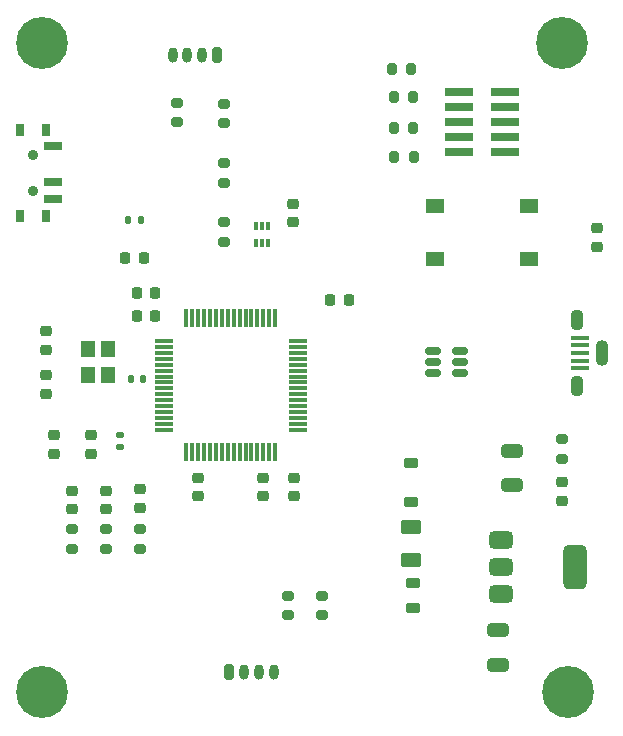
<source format=gbr>
%TF.GenerationSoftware,KiCad,Pcbnew,9.0.0*%
%TF.CreationDate,2025-03-16T21:38:05-04:00*%
%TF.ProjectId,STM32_Dev_Board,53544d33-325f-4446-9576-5f426f617264,rev?*%
%TF.SameCoordinates,Original*%
%TF.FileFunction,Soldermask,Top*%
%TF.FilePolarity,Negative*%
%FSLAX46Y46*%
G04 Gerber Fmt 4.6, Leading zero omitted, Abs format (unit mm)*
G04 Created by KiCad (PCBNEW 9.0.0) date 2025-03-16 21:38:05*
%MOMM*%
%LPD*%
G01*
G04 APERTURE LIST*
G04 Aperture macros list*
%AMRoundRect*
0 Rectangle with rounded corners*
0 $1 Rounding radius*
0 $2 $3 $4 $5 $6 $7 $8 $9 X,Y pos of 4 corners*
0 Add a 4 corners polygon primitive as box body*
4,1,4,$2,$3,$4,$5,$6,$7,$8,$9,$2,$3,0*
0 Add four circle primitives for the rounded corners*
1,1,$1+$1,$2,$3*
1,1,$1+$1,$4,$5*
1,1,$1+$1,$6,$7*
1,1,$1+$1,$8,$9*
0 Add four rect primitives between the rounded corners*
20,1,$1+$1,$2,$3,$4,$5,0*
20,1,$1+$1,$4,$5,$6,$7,0*
20,1,$1+$1,$6,$7,$8,$9,0*
20,1,$1+$1,$8,$9,$2,$3,0*%
G04 Aperture macros list end*
%ADD10RoundRect,0.200000X-0.275000X0.200000X-0.275000X-0.200000X0.275000X-0.200000X0.275000X0.200000X0*%
%ADD11RoundRect,0.225000X0.225000X0.250000X-0.225000X0.250000X-0.225000X-0.250000X0.225000X-0.250000X0*%
%ADD12C,0.700000*%
%ADD13C,4.400000*%
%ADD14RoundRect,0.225000X-0.250000X0.225000X-0.250000X-0.225000X0.250000X-0.225000X0.250000X0.225000X0*%
%ADD15RoundRect,0.135000X0.135000X0.185000X-0.135000X0.185000X-0.135000X-0.185000X0.135000X-0.185000X0*%
%ADD16RoundRect,0.075000X-0.700000X-0.075000X0.700000X-0.075000X0.700000X0.075000X-0.700000X0.075000X0*%
%ADD17RoundRect,0.075000X-0.075000X-0.700000X0.075000X-0.700000X0.075000X0.700000X-0.075000X0.700000X0*%
%ADD18RoundRect,0.218750X0.256250X-0.218750X0.256250X0.218750X-0.256250X0.218750X-0.256250X-0.218750X0*%
%ADD19RoundRect,0.250000X-0.625000X0.375000X-0.625000X-0.375000X0.625000X-0.375000X0.625000X0.375000X0*%
%ADD20RoundRect,0.225000X0.375000X-0.225000X0.375000X0.225000X-0.375000X0.225000X-0.375000X-0.225000X0*%
%ADD21RoundRect,0.200000X0.275000X-0.200000X0.275000X0.200000X-0.275000X0.200000X-0.275000X-0.200000X0*%
%ADD22RoundRect,0.087500X0.087500X-0.250000X0.087500X0.250000X-0.087500X0.250000X-0.087500X-0.250000X0*%
%ADD23R,1.550000X1.300000*%
%ADD24RoundRect,0.200000X-0.200000X-0.450000X0.200000X-0.450000X0.200000X0.450000X-0.200000X0.450000X0*%
%ADD25O,0.800000X1.300000*%
%ADD26RoundRect,0.375000X-0.625000X-0.375000X0.625000X-0.375000X0.625000X0.375000X-0.625000X0.375000X0*%
%ADD27RoundRect,0.500000X-0.500000X-1.400000X0.500000X-1.400000X0.500000X1.400000X-0.500000X1.400000X0*%
%ADD28RoundRect,0.200000X0.200000X0.275000X-0.200000X0.275000X-0.200000X-0.275000X0.200000X-0.275000X0*%
%ADD29RoundRect,0.218750X-0.256250X0.218750X-0.256250X-0.218750X0.256250X-0.218750X0.256250X0.218750X0*%
%ADD30RoundRect,0.150000X0.512500X0.150000X-0.512500X0.150000X-0.512500X-0.150000X0.512500X-0.150000X0*%
%ADD31RoundRect,0.147500X0.172500X-0.147500X0.172500X0.147500X-0.172500X0.147500X-0.172500X-0.147500X0*%
%ADD32R,1.500000X0.450000*%
%ADD33O,1.100000X1.800000*%
%ADD34O,1.100000X2.200000*%
%ADD35RoundRect,0.250000X-0.650000X0.325000X-0.650000X-0.325000X0.650000X-0.325000X0.650000X0.325000X0*%
%ADD36RoundRect,0.200000X0.200000X0.450000X-0.200000X0.450000X-0.200000X-0.450000X0.200000X-0.450000X0*%
%ADD37RoundRect,0.218750X-0.381250X0.218750X-0.381250X-0.218750X0.381250X-0.218750X0.381250X0.218750X0*%
%ADD38R,2.400000X0.740000*%
%ADD39RoundRect,0.250000X0.650000X-0.325000X0.650000X0.325000X-0.650000X0.325000X-0.650000X-0.325000X0*%
%ADD40RoundRect,0.225000X0.250000X-0.225000X0.250000X0.225000X-0.250000X0.225000X-0.250000X-0.225000X0*%
%ADD41R,0.800000X1.000000*%
%ADD42C,0.900000*%
%ADD43R,1.500000X0.700000*%
%ADD44R,1.200000X1.400000*%
%ADD45RoundRect,0.225000X-0.225000X-0.250000X0.225000X-0.250000X0.225000X0.250000X-0.225000X0.250000X0*%
G04 APERTURE END LIST*
D10*
%TO.C,R5*%
X121500000Y-128187500D03*
X121500000Y-129837500D03*
%TD*%
D11*
%TO.C,C7*%
X128575000Y-108200000D03*
X127025000Y-108200000D03*
%TD*%
D12*
%TO.C,H4*%
X161850000Y-142000000D03*
X162333274Y-140833274D03*
X162333274Y-143166726D03*
X163500000Y-140350000D03*
D13*
X163500000Y-142000000D03*
D12*
X163500000Y-143650000D03*
X164666726Y-140833274D03*
X164666726Y-143166726D03*
X165150000Y-142000000D03*
%TD*%
D14*
%TO.C,C11*%
X120000000Y-120225000D03*
X120000000Y-121775000D03*
%TD*%
D10*
%TO.C,R2*%
X134400000Y-102175000D03*
X134400000Y-103825000D03*
%TD*%
D15*
%TO.C,R4*%
X127510000Y-115500000D03*
X126490000Y-115500000D03*
%TD*%
D16*
%TO.C,U5*%
X129275000Y-112250000D03*
X129275000Y-112750000D03*
X129275000Y-113250000D03*
X129275000Y-113750000D03*
X129275000Y-114250000D03*
X129275000Y-114750000D03*
X129275000Y-115250000D03*
X129275000Y-115750000D03*
X129275000Y-116250000D03*
X129275000Y-116750000D03*
X129275000Y-117250000D03*
X129275000Y-117750000D03*
X129275000Y-118250000D03*
X129275000Y-118750000D03*
X129275000Y-119250000D03*
X129275000Y-119750000D03*
D17*
X131200000Y-121675000D03*
X131700000Y-121675000D03*
X132200000Y-121675000D03*
X132700000Y-121675000D03*
X133200000Y-121675000D03*
X133700000Y-121675000D03*
X134200000Y-121675000D03*
X134700000Y-121675000D03*
X135200000Y-121675000D03*
X135700000Y-121675000D03*
X136200000Y-121675000D03*
X136700000Y-121675000D03*
X137200000Y-121675000D03*
X137700000Y-121675000D03*
X138200000Y-121675000D03*
X138700000Y-121675000D03*
D16*
X140625000Y-119750000D03*
X140625000Y-119250000D03*
X140625000Y-118750000D03*
X140625000Y-118250000D03*
X140625000Y-117750000D03*
X140625000Y-117250000D03*
X140625000Y-116750000D03*
X140625000Y-116250000D03*
X140625000Y-115750000D03*
X140625000Y-115250000D03*
X140625000Y-114750000D03*
X140625000Y-114250000D03*
X140625000Y-113750000D03*
X140625000Y-113250000D03*
X140625000Y-112750000D03*
X140625000Y-112250000D03*
D17*
X138700000Y-110325000D03*
X138200000Y-110325000D03*
X137700000Y-110325000D03*
X137200000Y-110325000D03*
X136700000Y-110325000D03*
X136200000Y-110325000D03*
X135700000Y-110325000D03*
X135200000Y-110325000D03*
X134700000Y-110325000D03*
X134200000Y-110325000D03*
X133700000Y-110325000D03*
X133200000Y-110325000D03*
X132700000Y-110325000D03*
X132200000Y-110325000D03*
X131700000Y-110325000D03*
X131200000Y-110325000D03*
%TD*%
D18*
%TO.C,D1*%
X121500000Y-126500000D03*
X121500000Y-124925000D03*
%TD*%
D15*
%TO.C,R3*%
X127310000Y-102000000D03*
X126290000Y-102000000D03*
%TD*%
D10*
%TO.C,R16*%
X142700000Y-133800000D03*
X142700000Y-135450000D03*
%TD*%
D19*
%TO.C,F1*%
X150250000Y-128000000D03*
X150250000Y-130800000D03*
%TD*%
D20*
%TO.C,D2*%
X150200000Y-125850000D03*
X150200000Y-122550000D03*
%TD*%
D21*
%TO.C,R11*%
X130400000Y-93725000D03*
X130400000Y-92075000D03*
%TD*%
D22*
%TO.C,U2*%
X137100000Y-103912500D03*
X137600000Y-103912500D03*
X138100000Y-103912500D03*
X138100000Y-102487500D03*
X137600000Y-102487500D03*
X137100000Y-102487500D03*
%TD*%
D23*
%TO.C,SW2*%
X160175000Y-105320000D03*
X152225000Y-105320000D03*
X160175000Y-100820000D03*
X152225000Y-100820000D03*
%TD*%
D21*
%TO.C,R12*%
X134400000Y-93825000D03*
X134400000Y-92175000D03*
%TD*%
D24*
%TO.C,J4*%
X134825000Y-140300000D03*
D25*
X136075000Y-140300000D03*
X137325000Y-140300000D03*
X138575000Y-140300000D03*
%TD*%
D14*
%TO.C,C14*%
X166000000Y-102695000D03*
X166000000Y-104245000D03*
%TD*%
D10*
%TO.C,R13*%
X127300000Y-128175000D03*
X127300000Y-129825000D03*
%TD*%
%TO.C,R15*%
X139800000Y-133800000D03*
X139800000Y-135450000D03*
%TD*%
D14*
%TO.C,C17*%
X137700000Y-123825000D03*
X137700000Y-125375000D03*
%TD*%
D26*
%TO.C,U3*%
X157800000Y-129100000D03*
X157800000Y-131400000D03*
D27*
X164100000Y-131400000D03*
D26*
X157800000Y-133700000D03*
%TD*%
D28*
%TO.C,R6*%
X150425000Y-96670000D03*
X148775000Y-96670000D03*
%TD*%
%TO.C,R7*%
X150400000Y-94170000D03*
X148750000Y-94170000D03*
%TD*%
D29*
%TO.C,D4*%
X163000000Y-124212500D03*
X163000000Y-125787500D03*
%TD*%
D14*
%TO.C,C10*%
X123100000Y-120225000D03*
X123100000Y-121775000D03*
%TD*%
D12*
%TO.C,H1*%
X117350000Y-142000000D03*
X117833274Y-140833274D03*
X117833274Y-143166726D03*
X119000000Y-140350000D03*
D13*
X119000000Y-142000000D03*
D12*
X119000000Y-143650000D03*
X120166726Y-140833274D03*
X120166726Y-143166726D03*
X120650000Y-142000000D03*
%TD*%
D30*
%TO.C,U4*%
X154337500Y-114950000D03*
X154337500Y-114000000D03*
X154337500Y-113050000D03*
X152062500Y-113050000D03*
X152062500Y-114000000D03*
X152062500Y-114950000D03*
%TD*%
D12*
%TO.C,H2*%
X161350000Y-87000000D03*
X161833274Y-85833274D03*
X161833274Y-88166726D03*
X163000000Y-85350000D03*
D13*
X163000000Y-87000000D03*
D12*
X163000000Y-88650000D03*
X164166726Y-85833274D03*
X164166726Y-88166726D03*
X164650000Y-87000000D03*
%TD*%
D31*
%TO.C,L1*%
X125600000Y-121185000D03*
X125600000Y-120215000D03*
%TD*%
D28*
%TO.C,R8*%
X150400000Y-91570000D03*
X148750000Y-91570000D03*
%TD*%
D32*
%TO.C,J2*%
X164500000Y-114550000D03*
X164500000Y-113900000D03*
X164500000Y-113250000D03*
X164500000Y-112600000D03*
X164500000Y-111950000D03*
D33*
X164250000Y-116050000D03*
D34*
X166400000Y-113250000D03*
D33*
X164250000Y-110450000D03*
%TD*%
D14*
%TO.C,C12*%
X140200000Y-100625000D03*
X140200000Y-102175000D03*
%TD*%
D35*
%TO.C,C15*%
X157600000Y-136725000D03*
X157600000Y-139675000D03*
%TD*%
D36*
%TO.C,J3*%
X133775000Y-88000000D03*
D25*
X132525000Y-88000000D03*
X131275000Y-88000000D03*
X130025000Y-88000000D03*
%TD*%
D37*
%TO.C,FB1*%
X150400000Y-132737500D03*
X150400000Y-134862500D03*
%TD*%
D38*
%TO.C,J1*%
X158150000Y-96210000D03*
X154250000Y-96210000D03*
X158150000Y-94940000D03*
X154250000Y-94940000D03*
X158150000Y-93670000D03*
X154250000Y-93670000D03*
X158150000Y-92400000D03*
X154250000Y-92400000D03*
X158150000Y-91130000D03*
X154250000Y-91130000D03*
%TD*%
D11*
%TO.C,C8*%
X128575000Y-110100000D03*
X127025000Y-110100000D03*
%TD*%
D39*
%TO.C,C16*%
X158800000Y-124475000D03*
X158800000Y-121525000D03*
%TD*%
D21*
%TO.C,R14*%
X163000000Y-122225000D03*
X163000000Y-120575000D03*
%TD*%
D14*
%TO.C,C5*%
X140300000Y-123825000D03*
X140300000Y-125375000D03*
%TD*%
%TO.C,C9*%
X119300000Y-111425000D03*
X119300000Y-112975000D03*
%TD*%
D18*
%TO.C,D3*%
X124400000Y-126487500D03*
X124400000Y-124912500D03*
%TD*%
D12*
%TO.C,H3*%
X117350000Y-87000000D03*
X117833274Y-85833274D03*
X117833274Y-88166726D03*
X119000000Y-85350000D03*
D13*
X119000000Y-87000000D03*
D12*
X119000000Y-88650000D03*
X120166726Y-85833274D03*
X120166726Y-88166726D03*
X120650000Y-87000000D03*
%TD*%
D11*
%TO.C,C1*%
X127575000Y-105200000D03*
X126025000Y-105200000D03*
%TD*%
D28*
%TO.C,R9*%
X150250000Y-89200000D03*
X148600000Y-89200000D03*
%TD*%
D18*
%TO.C,D5*%
X127300000Y-126387500D03*
X127300000Y-124812500D03*
%TD*%
D40*
%TO.C,C13*%
X119300000Y-116700000D03*
X119300000Y-115150000D03*
%TD*%
D41*
%TO.C,SW1*%
X119280000Y-94350000D03*
X117070000Y-94350000D03*
D42*
X118170000Y-96500000D03*
X118170000Y-99500000D03*
D41*
X119280000Y-101650000D03*
X117070000Y-101650000D03*
D43*
X119930000Y-95750000D03*
X119930000Y-98750000D03*
X119930000Y-100250000D03*
%TD*%
D21*
%TO.C,R1*%
X134400000Y-98825000D03*
X134400000Y-97175000D03*
%TD*%
D44*
%TO.C,Y1*%
X122850000Y-112900000D03*
X122850000Y-115100000D03*
X124550000Y-115100000D03*
X124550000Y-112900000D03*
%TD*%
D14*
%TO.C,C3*%
X132200000Y-123825000D03*
X132200000Y-125375000D03*
%TD*%
D10*
%TO.C,R10*%
X124400000Y-128175000D03*
X124400000Y-129825000D03*
%TD*%
D45*
%TO.C,C6*%
X143375000Y-108750000D03*
X144925000Y-108750000D03*
%TD*%
M02*

</source>
